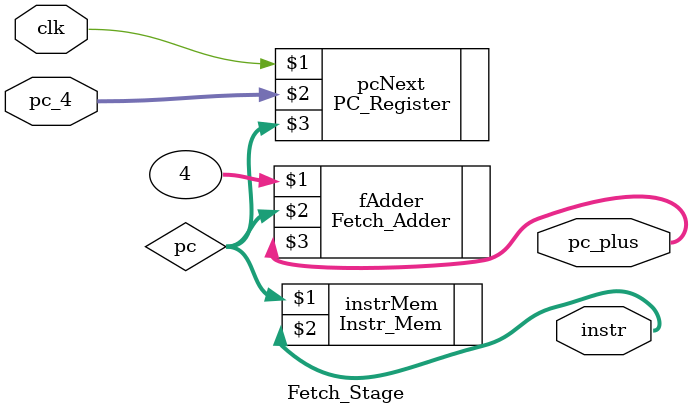
<source format=sv>
module Fetch_Stage (clk, pc_4, instr, pc_plus);
	input logic clk;
	input logic [20:0] pc_4;
	 
	output logic [20:0] instr;
	output logic [20:0] pc_plus;
	
	logic [20:0] pc;
	 
	PC_Register pcNext(clk, pc_4, pc);
	
	Fetch_Adder fAdder(4, pc, pc_plus);
	
	Instr_Mem instrMem(pc, instr);
endmodule 
</source>
